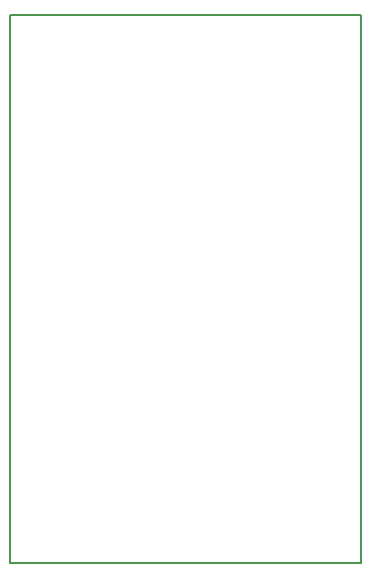
<source format=gbr>
G04 #@! TF.GenerationSoftware,KiCad,Pcbnew,(5.1.4)-1*
G04 #@! TF.CreationDate,2020-02-10T14:57:17-06:00*
G04 #@! TF.ProjectId,aducm_board,61647563-6d5f-4626-9f61-72642e6b6963,rev?*
G04 #@! TF.SameCoordinates,Original*
G04 #@! TF.FileFunction,Profile,NP*
%FSLAX46Y46*%
G04 Gerber Fmt 4.6, Leading zero omitted, Abs format (unit mm)*
G04 Created by KiCad (PCBNEW (5.1.4)-1) date 2020-02-10 14:57:17*
%MOMM*%
%LPD*%
G04 APERTURE LIST*
%ADD10C,0.200000*%
G04 APERTURE END LIST*
D10*
X152349200Y-87833200D02*
X122631200Y-87833200D01*
X152349200Y-87833200D02*
X152349200Y-134264400D01*
X122631200Y-134264400D02*
X122631200Y-87833200D01*
X122631200Y-134264400D02*
X152349200Y-134264400D01*
M02*

</source>
